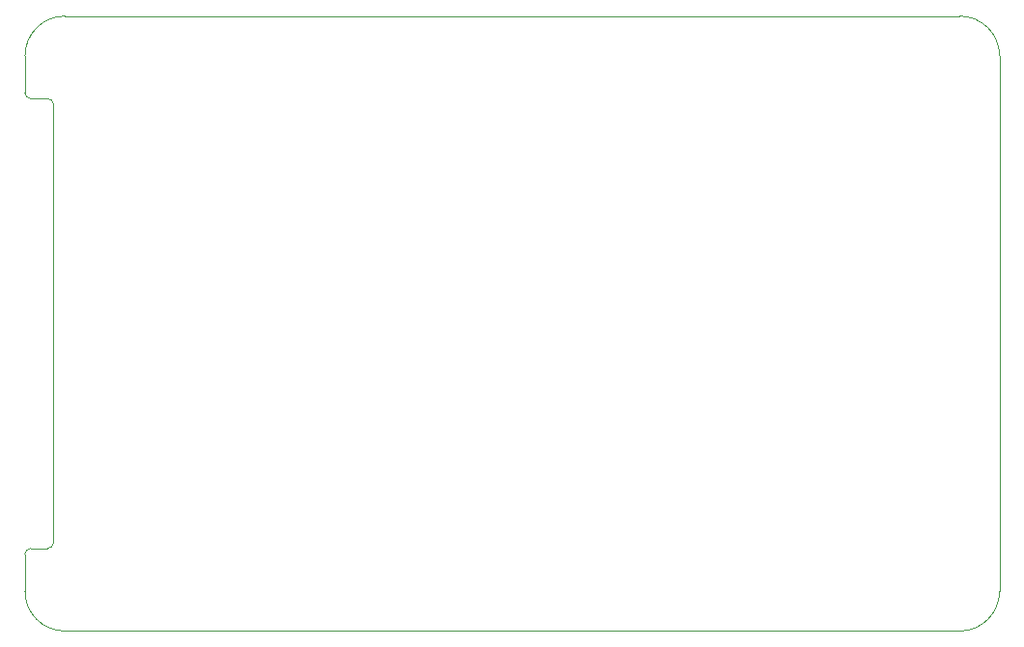
<source format=gbr>
%TF.GenerationSoftware,KiCad,Pcbnew,8.0.4*%
%TF.CreationDate,2024-09-14T20:21:27+07:00*%
%TF.ProjectId,FT600_RP2040,46543630-305f-4525-9032-3034302e6b69,rev?*%
%TF.SameCoordinates,PX7735940PY61c06a0*%
%TF.FileFunction,Profile,NP*%
%FSLAX46Y46*%
G04 Gerber Fmt 4.6, Leading zero omitted, Abs format (unit mm)*
G04 Created by KiCad (PCBNEW 8.0.4) date 2024-09-14 20:21:27*
%MOMM*%
%LPD*%
G01*
G04 APERTURE LIST*
%TA.AperFunction,Profile*%
%ADD10C,0.100000*%
%TD*%
G04 APERTURE END LIST*
D10*
X2000000Y46750000D02*
G75*
G02*
X2500000Y46250000I0J-500000D01*
G01*
X0Y3500000D02*
X0Y6750000D01*
X0Y50500000D02*
X0Y47250000D01*
X3500000Y0D02*
G75*
G02*
X0Y3500000I0J3500000D01*
G01*
X2500000Y7750000D02*
G75*
G02*
X2000000Y7250000I-500000J0D01*
G01*
X0Y6750000D02*
G75*
G02*
X500000Y7250000I500000J0D01*
G01*
X2500000Y46250000D02*
X2500000Y7750000D01*
X0Y50500000D02*
G75*
G02*
X3500000Y54000000I3500000J0D01*
G01*
X82000000Y54000000D02*
G75*
G02*
X85500000Y50500000I0J-3500000D01*
G01*
X3500000Y54000000D02*
X82000000Y54000000D01*
X82000000Y0D02*
X3500000Y0D01*
X85500000Y3500000D02*
G75*
G02*
X82000000Y0I-3500000J0D01*
G01*
X85500000Y50500000D02*
X85500000Y3500000D01*
X500000Y46750000D02*
G75*
G02*
X0Y47250000I0J500000D01*
G01*
X500000Y46750000D02*
X2000000Y46750000D01*
X2000000Y7250000D02*
X500000Y7250000D01*
M02*

</source>
